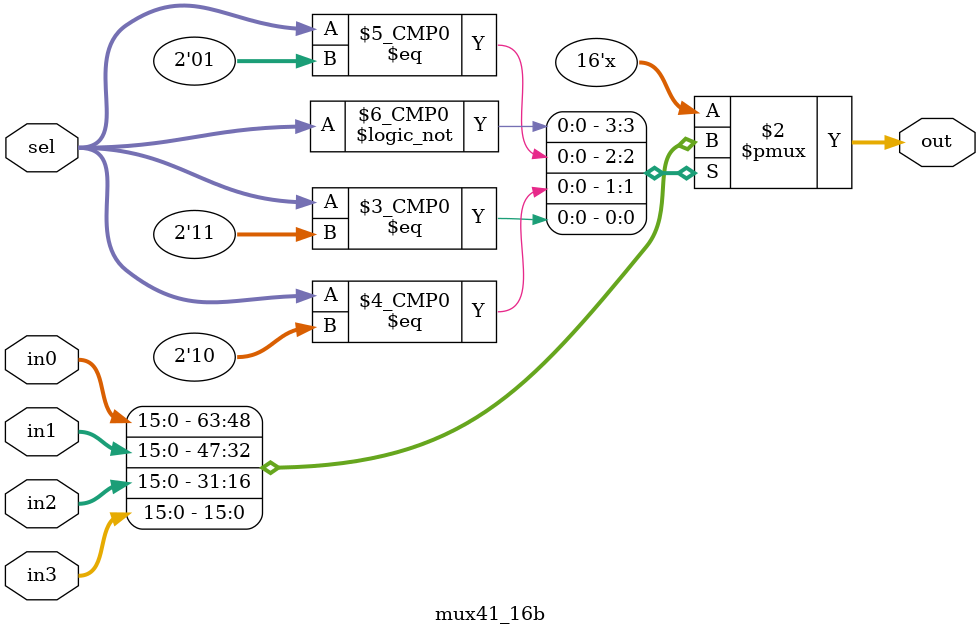
<source format=v>
/* 4:1 Multiplexer(16bit)*/
module mux41_16b(in0,in1,in2,in3,sel,out);
  input [15:0] in0, in1, in2, in3;
  input [1:0] sel;
  output reg [15:0] out;
  
  // select
  always @(*) begin
    case(sel)
	  2'b00 : out = in0;
	  2'b01 : out = in1;
	  2'b10 : out = in2;
	  2'b11 : out = in3;
	endcase
  end
endmodule
</source>
